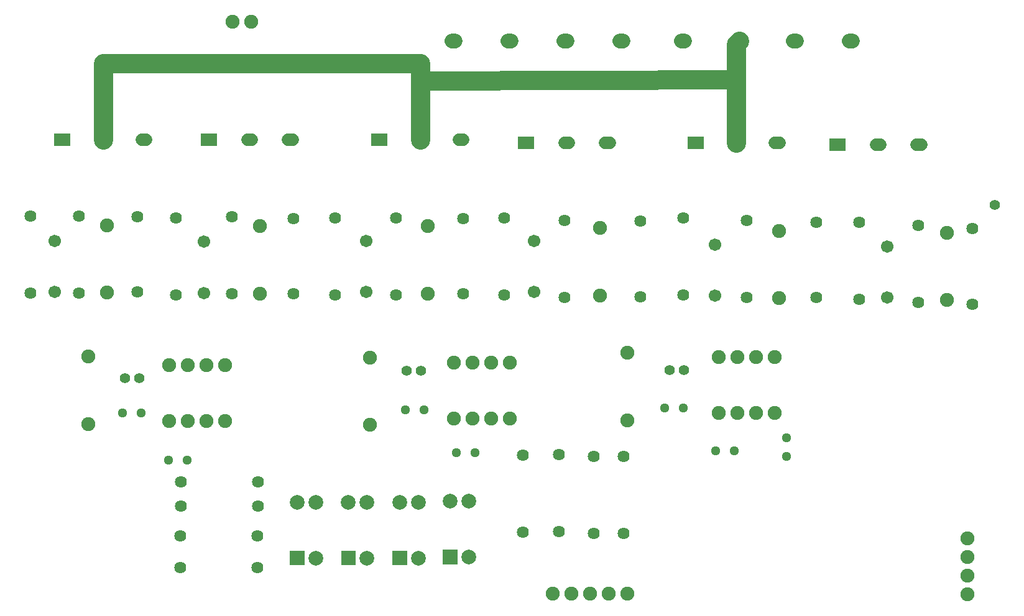
<source format=gbs>
G04 Layer: BottomSolderMaskLayer*
G04 EasyEDA v6.4.23, 2021-09-03T20:22:04+02:00*
G04 df207e5be6814a9699ce4ef5e016687c,9749f264c22c4078942e6e06db5db619,10*
G04 Gerber Generator version 0.2*
G04 Scale: 100 percent, Rotated: No, Reflected: No *
G04 Dimensions in millimeters *
G04 leading zeros omitted , absolute positions ,4 integer and 5 decimal *
%FSLAX45Y45*%
%MOMM*%

%ADD35C,2.6016*%
%ADD42C,1.9016*%
%ADD45C,2.0016*%
%ADD46C,1.7016*%
%ADD50C,2.0032*%
%ADD51C,1.6256*%
%ADD52C,1.4016*%
%ADD53C,1.2954*%
%ADD54R,2.3016X1.7016*%
%ADD57C,1.4032*%

%LPD*%
D35*
X11303000Y8509000D02*
G01*
X11303000Y9550400D01*
X15621000Y9550400D01*
X15621000Y8509000D01*
X19926300Y8470900D02*
G01*
X19926300Y9817100D01*
X19964400Y9855200D01*
X15621000Y8509000D02*
G01*
X15621000Y9314179D01*
X19926300Y9331960D01*
X19926300Y8470900D01*
D45*
X21508399Y9855200D02*
G01*
X21468400Y9855200D01*
X20746399Y9855200D02*
G01*
X20706400Y9855200D01*
X19984399Y9855200D02*
G01*
X19944400Y9855200D01*
X19222399Y9855200D02*
G01*
X19182400Y9855200D01*
D46*
X11273000Y8509000D02*
G01*
X11332999Y8509000D01*
X11829006Y8509000D02*
G01*
X11889005Y8509000D01*
X13266900Y8509000D02*
G01*
X13326899Y8509000D01*
X13822906Y8509000D02*
G01*
X13882905Y8509000D01*
X15591000Y8509000D02*
G01*
X15650999Y8509000D01*
X16147006Y8509000D02*
G01*
X16207005Y8509000D01*
X17584900Y8470900D02*
G01*
X17644899Y8470900D01*
X18140906Y8470900D02*
G01*
X18200905Y8470900D01*
X19896300Y8470900D02*
G01*
X19956299Y8470900D01*
X20452306Y8470900D02*
G01*
X20512305Y8470900D01*
X21826700Y8445500D02*
G01*
X21886699Y8445500D01*
X22382706Y8445500D02*
G01*
X22442705Y8445500D01*
D45*
X18384199Y9855200D02*
G01*
X18344200Y9855200D01*
X17622199Y9855200D02*
G01*
X17582200Y9855200D01*
X16860199Y9855200D02*
G01*
X16820200Y9855200D01*
X16098199Y9855200D02*
G01*
X16058200Y9855200D01*
D42*
G01*
X11353800Y7343394D03*
G01*
X11353800Y6423405D03*
G01*
X15722600Y6410705D03*
G01*
X15722600Y7330694D03*
G01*
X20510500Y6347205D03*
G01*
X20510500Y7267194D03*
G01*
X13436600Y6410705D03*
G01*
X13436600Y7330694D03*
G01*
X18072100Y6385305D03*
G01*
X18072100Y7305294D03*
G01*
X22796500Y6321805D03*
G01*
X22796500Y7241794D03*
G36*
X13844524Y2706623D02*
G01*
X13844524Y2906776D01*
X14044675Y2906776D01*
X14044675Y2706623D01*
G37*
D50*
G01*
X14198600Y2806700D03*
G01*
X14198600Y3568700D03*
G01*
X13944600Y3568700D03*
G36*
X14543024Y2706623D02*
G01*
X14543024Y2906776D01*
X14743175Y2906776D01*
X14743175Y2706623D01*
G37*
G01*
X14897100Y2806700D03*
G01*
X14897100Y3568700D03*
G01*
X14643100Y3568700D03*
G36*
X15241524Y2706623D02*
G01*
X15241524Y2906776D01*
X15441675Y2906776D01*
X15441675Y2706623D01*
G37*
G01*
X15595600Y2806700D03*
G01*
X15595600Y3568700D03*
G01*
X15341600Y3568700D03*
G36*
X15927324Y2719323D02*
G01*
X15927324Y2919476D01*
X16127475Y2919476D01*
X16127475Y2719323D01*
G37*
G01*
X16281400Y2819400D03*
G01*
X16281400Y3581400D03*
G01*
X16027400Y3581400D03*
D51*
G01*
X13402792Y2679700D03*
G01*
X12352781Y2679700D03*
G01*
X13402792Y3111500D03*
G01*
X12352781Y3111500D03*
G01*
X13415492Y3517900D03*
G01*
X12365481Y3517900D03*
G01*
X13415492Y3848100D03*
G01*
X12365481Y3848100D03*
G01*
X10972800Y6421881D03*
G01*
X10972800Y7471892D03*
G01*
X15290800Y6396481D03*
G01*
X15290800Y7446492D03*
G01*
X20066000Y6358381D03*
G01*
X20066000Y7408392D03*
G01*
X13055600Y6409181D03*
G01*
X13055600Y7459192D03*
G01*
X17589500Y6358381D03*
G01*
X17589500Y7408392D03*
G01*
X22402800Y6294881D03*
G01*
X22402800Y7344892D03*
D52*
G01*
X11596700Y5257800D03*
G01*
X11796699Y5257800D03*
G01*
X15432100Y5359400D03*
G01*
X15632099Y5359400D03*
G01*
X19013500Y5372100D03*
G01*
X19213499Y5372100D03*
D53*
G01*
X11823700Y4787900D03*
G01*
X11569700Y4787900D03*
G01*
X15671800Y4826000D03*
G01*
X15417800Y4826000D03*
G01*
X19202400Y4851400D03*
G01*
X18948400Y4851400D03*
G01*
X12192000Y4140200D03*
G01*
X12446000Y4140200D03*
G01*
X16116300Y4241800D03*
G01*
X16370300Y4241800D03*
G01*
X19646900Y4267200D03*
G01*
X19900900Y4267200D03*
G01*
X20612100Y4445000D03*
G01*
X20612100Y4191000D03*
D51*
G01*
X17018000Y3157981D03*
G01*
X17018000Y4207992D03*
G01*
X17513300Y3170681D03*
G01*
X17513300Y4220692D03*
G01*
X17983200Y3145281D03*
G01*
X17983200Y4195292D03*
G01*
X18389600Y3145281D03*
G01*
X18389600Y4195292D03*
D42*
G01*
X11099800Y5552694D03*
G01*
X11099800Y4632705D03*
G01*
X14935200Y5539994D03*
G01*
X14935200Y4620005D03*
G01*
X18440400Y5603494D03*
G01*
X18440400Y4683505D03*
D51*
G01*
X10312400Y6421881D03*
G01*
X10312400Y7471892D03*
G01*
X14465300Y6396481D03*
G01*
X14465300Y7446492D03*
G01*
X19202400Y6396481D03*
G01*
X19202400Y7446492D03*
G01*
X12293600Y6396481D03*
G01*
X12293600Y7446492D03*
G01*
X16764000Y6396481D03*
G01*
X16764000Y7446492D03*
G01*
X21602700Y6332981D03*
G01*
X21602700Y7382992D03*
D42*
G01*
X12204700Y4673600D03*
G01*
X12458700Y4673600D03*
G01*
X12458700Y5435600D03*
G01*
X12204700Y5435600D03*
G01*
X12712700Y4673600D03*
G01*
X12966700Y4673600D03*
G01*
X12712700Y5435600D03*
G01*
X12966700Y5435600D03*
G01*
X16078200Y4711700D03*
G01*
X16332200Y4711700D03*
G01*
X16332200Y5473700D03*
G01*
X16078200Y5473700D03*
G01*
X16586200Y4711700D03*
G01*
X16840200Y4711700D03*
G01*
X16586200Y5473700D03*
G01*
X16840200Y5473700D03*
G01*
X19685000Y4787900D03*
G01*
X19939000Y4787900D03*
G01*
X19939000Y5549900D03*
G01*
X19685000Y5549900D03*
G01*
X20193000Y4787900D03*
G01*
X20447000Y4787900D03*
G01*
X20193000Y5549900D03*
G01*
X20447000Y5549900D03*
D54*
G01*
X10746993Y8509000D03*
G01*
X12740893Y8509000D03*
G01*
X15064993Y8509000D03*
G01*
X17058893Y8470900D03*
G01*
X19370293Y8470900D03*
G01*
X21300693Y8445500D03*
D46*
G01*
X10642600Y6431787D03*
G01*
X10642600Y7131786D03*
G01*
X14884400Y6431787D03*
G01*
X14884400Y7131786D03*
G01*
X19634200Y6380987D03*
G01*
X19634200Y7080986D03*
G01*
X12674600Y6419087D03*
G01*
X12674600Y7119086D03*
G01*
X17170400Y6431787D03*
G01*
X17170400Y7131786D03*
G01*
X21983700Y6355587D03*
G01*
X21983700Y7055586D03*
D51*
G01*
X11772900Y7461910D03*
G01*
X11772900Y6431889D03*
G01*
X16205200Y7436510D03*
G01*
X16205200Y6406489D03*
G01*
X21018500Y7385710D03*
G01*
X21018500Y6355689D03*
G01*
X13893800Y7436510D03*
G01*
X13893800Y6406489D03*
G01*
X18618200Y7398410D03*
G01*
X18618200Y6368389D03*
G01*
X23139400Y6266789D03*
G01*
X23139400Y7296810D03*
D42*
G01*
X13322300Y10121900D03*
G01*
X13068300Y10121900D03*
G01*
X17424400Y2324100D03*
G01*
X17678400Y2324100D03*
G01*
X17932400Y2324100D03*
G01*
X18186400Y2324100D03*
G01*
X23075900Y2311400D03*
G01*
X23075900Y2565400D03*
G01*
X23075900Y2819400D03*
G01*
X23075900Y3073400D03*
D57*
G01*
X23444200Y7620000D03*
D42*
G01*
X18440400Y2324100D03*
M02*

</source>
